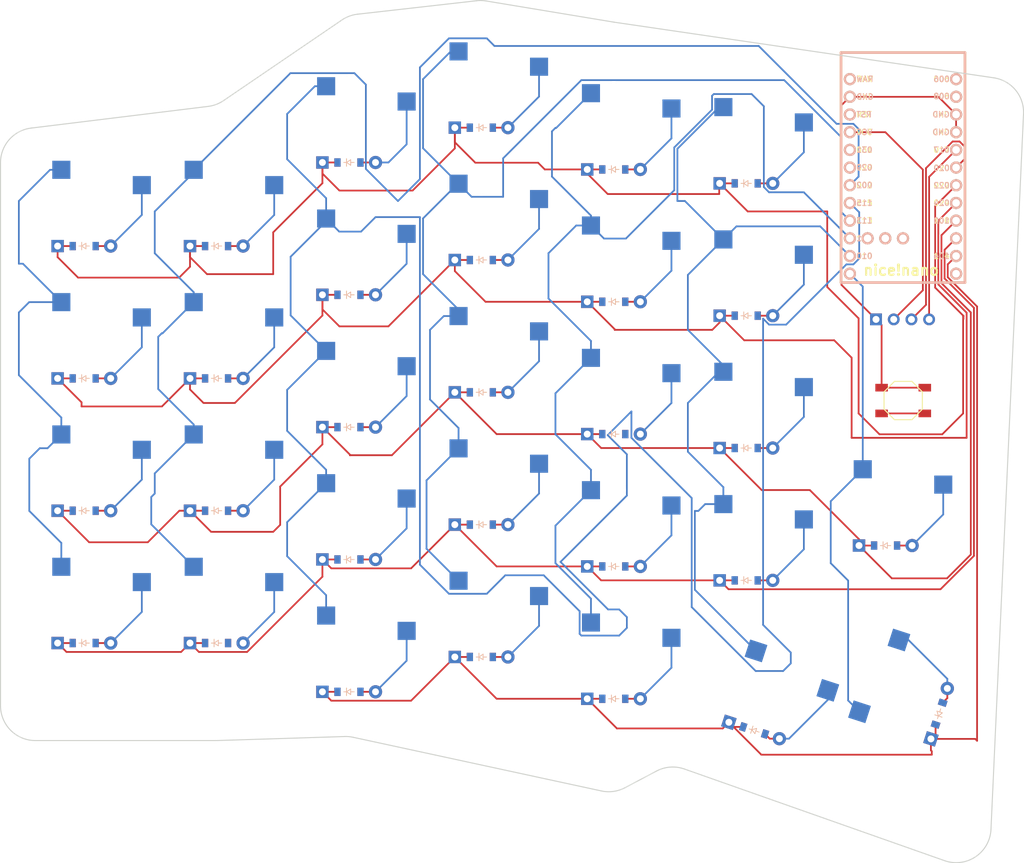
<source format=kicad_pcb>
(kicad_pcb (version 20240108) (generator "pcbnew") (generator_version "8.0")
  (title_block (title "left") (rev "v1.0.0") (company "Unknown"))
  (layers (0 "F.Cu" signal) (31 "B.Cu" signal) (34 "B.Paste" user) (35 "F.Paste" user) (36 "B.SilkS" user "B.Silkscreen") (37 "F.SilkS" user "F.Silkscreen") (38 "B.Mask" user) (39 "F.Mask" user) (44 "Edge.Cuts" user))
  (net 0 "")
  (net 1 "p031")
  (net 2 "outer_bottom")
  (net 3 "outer_home")
  (net 4 "outer_top")
  (net 5 "outer_num")
  (net 6 "P002")
  (net 7 "pinky_bottom")
  (net 8 "pinky_home")
  (net 9 "pinky_top")
  (net 10 "pinky_num")
  (net 11 "P115")
  (net 12 "ring_mod")
  (net 13 "ring_bottom")
  (net 14 "ring_home")
  (net 15 "ring_top")
  (net 16 "ring_num")
  (net 17 "P113")
  (net 18 "middle_mod")
  (net 19 "middle_bottom")
  (net 20 "middle_home")
  (net 21 "middle_top")
  (net 22 "middle_num")
  (net 23 "P111")
  (net 24 "index_mod")
  (net 25 "index_bottom")
  (net 26 "index_home")
  (net 27 "index_top")
  (net 28 "index_num")
  (net 29 "P010")
  (net 30 "inner_bottom")
  (net 31 "inner_home")
  (net 32 "inner_top")
  (net 33 "inner_num")
  (net 34 "P009")
  (net 35 "inner_mod_home")
  (net 36 "home_cluster")
  (net 37 "far_cluster")
  (net 38 "P011")
  (net 39 "P100")
  (net 40 "P024")
  (net 41 "P022")
  (net 42 "P104")
  (net 43 "RAW")
  (net 44 "GND")
  (net 45 "RST")
  (net 46 "VCC")
  (net 47 "P031")
  (net 48 "P029")
  (net 49 "P006")
  (net 50 "P008")
  (net 51 "P017")
  (net 52 "P020")
  (net 53 "P106")
  (net 54 "P101")
  (net 55 "P102")
  (net 56 "P107")
  (net 57 "reset")
  (footprint "E73:SW_TACT_ALPS_SKQGABE010" (layer "F.Cu") (at 220.4 103.15)
    (property "Reference" "B1" (hide yes))
    (property "Value" "" (hide yes))
  )
  (footprint "PG1350" (layer "F.Cu") (at 121.869986 113.96901)
    (property "Reference" "S6" (hide yes))
    (property "Value" "" (hide yes))
  )
  (footprint "ComboDiode" (layer "F.Cu") (at 121.869986 118.96901)
    (property "Reference" "D6" (hide yes))
    (property "Value" "" (hide yes))
  )
  (footprint "ComboDiode" (layer "F.Cu") (at 121.869986 137.96901)
    (property "Reference" "D5" (hide yes))
    (property "Value" "" (hide yes))
  )
  (footprint "PG1350" (layer "F.Cu") (at 102.869986 75.96901)
    (property "Reference" "S4" (hide yes))
    (property "Value" "" (hide yes))
  )
  (footprint "ComboDiode" (layer "F.Cu") (at 140.869986 125.96901)
    (property "Reference" "D10" (hide yes))
    (property "Value" "" (hide yes))
  )
  (footprint "ComboDiode" (layer "F.Cu") (at 159.869986 82.96901)
    (property "Reference" "D17" (hide yes))
    (property "Value" "" (hide yes))
  )
  (footprint "ComboDiode" (layer "F.Cu") (at 217.869986 123.96901)
    (property "Reference" "D28" (hide yes))
    (property "Value" "" (hide yes))
  )
  (footprint "PG1350" (layer "F.Cu") (at 197.869986 66.96901)
    (property "Reference" "S27" (hide yes))
    (property "Value" "" (hide yes))
  )
  (footprint "ComboDiode" (layer "F.Cu") (at 102.869986 118.96901)
    (property "Reference" "D2" (hide yes))
    (property "Value" "" (hide yes))
  )
  (footprint "ComboDiode" (layer "F.Cu") (at 197.869986 90.96901)
    (property "Reference" "D26" (hide yes))
    (property "Value" "" (hide yes))
  )
  (footprint "ComboDiode" (layer "F.Cu") (at 102.869986 99.96901)
    (property "Reference" "D3" (hide yes))
    (property "Value" "" (hide yes))
  )
  (footprint "PG1350" (layer "F.Cu") (at 102.869986 132.96901)
    (property "Reference" "S1" (hide yes))
    (property "Value" "" (hide yes))
  )
  (footprint "ComboDiode" (layer "F.Cu") (at 178.869986 88.96901)
    (property "Reference" "D22" (hide yes))
    (property "Value" "" (hide yes))
  )
  (footprint "ComboDiode" (layer "F.Cu") (at 121.869986 80.96901)
    (property "Reference" "D8" (hide yes))
    (property "Value" "" (hide yes))
  )
  (footprint "PG1350" (layer "F.Cu") (at 220.799332 146.561963 72)
    (property "Reference" "S30" (hide yes))
    (property "Value" "" (hide yes))
  )
  (footprint "ComboDiode" (layer "F.Cu") (at 159.869986 63.96901)
    (property "Reference" "D18" (hide yes))
    (property "Value" "" (hide yes))
  )
  (footprint "ComboDiode" (layer "F.Cu") (at 178.869986 69.96901)
    (property "Reference" "D23" (hide yes))
    (property "Value" "" (hide yes))
  )
  (footprint "ComboDiode" (layer "F.Cu") (at 102.869986 137.96901)
    (property "Reference" "D1" (hide yes))
    (property "Value" "" (hide yes))
  )
  (footprint "PG1350" (layer "F.Cu") (at 178.869986 102.96901)
    (property "Reference" "S21" (hide yes))
    (property "Value" "" (hide yes))
  )
  (footprint "PG1350" (layer "F.Cu") (at 102.869986 94.96901)
    (property "Reference" "S3" (hide yes))
    (property "Value" "" (hide yes))
  )
  (footprint "PG1350" (layer "F.Cu") (at 178.869986 83.96901)
    (property "Reference" "S22" (hide yes))
    (property "Value" "" (hide yes))
  )
  (footprint "ComboDiode" (layer "F.Cu") (at 140.869986 144.96901)
    (property "Reference" "D9" (hide yes))
    (property "Value" "" (hide yes))
  )
  (footprint "ComboDiode" (layer "F.Cu") (at 178.869986 145.96901)
    (property "Reference" "D19" (hide yes))
    (property "Value" "" (hide yes))
  )
  (footprint "ComboDiode" (layer "F.Cu") (at 140.869986 87.96901)
    (property "Reference" "D12" (hide yes))
    (property "Value" "" (hide yes))
  )
  (footprint "ComboDiode" (layer "F.Cu") (at 197.869986 109.96901)
    (property "Reference" "D25" (hide yes))
    (property "Value" "" (hide yes))
  )
  (footprint "ComboDiode" (layer "F.Cu") (at 199.009052 150.522226 -18)
    (property "Reference" "D29" (hide yes))
    (property "Value" "" (hide yes))
  )
  (footprint "PG1350" (layer "F.Cu") (at 159.869986 58.96901)
    (property "Reference" "S18" (hide yes))
    (property "Value" "" (hide yes))
  )
  (footprint "PG1350" (layer "F.Cu") (at 140.869986 139.96901)
    (property "Reference" "S9" (hide yes))
    (property "Value" "" (hide yes))
  )
  (footprint "PG1350" (layer "F.Cu") (at 159.869986 96.96901)
    (property "Reference" "S16" (hide yes))
    (property "Value" "" (hide yes))
  )
  (footprint "PG1350" (layer "F.Cu") (at 178.869986 121.96901)
    (property "Reference" "S20" (hide yes))
    (property "Value" "" (hide yes))
  )
  (footprint "PG1350" (layer "F.Cu") (at 140.869986 101.96901)
    (property "Reference" "S11" (hide yes))
    (property "Value" "" (hide yes))
  )
  (footprint "ComboDiode" (layer "F.Cu") (at 140.869986 68.96901)
    (property "Reference" "D13" (hide yes))
    (property "Value" "" (hide yes))
  )
  (footprint "PG1350" (layer "F.Cu") (at 217.869986 118.96901)
    (property "Reference" "S28" (hide yes))
    (property "Value" "" (hide yes))
  )
  (footprint "PG1350" (layer "F.Cu") (at 159.869986 77.96901)
    (property "Reference" "S17" (hide yes))
    (property "Value" "" (hide yes))
  )
  (footprint "PG1350" (layer "F.Cu") (at 178.869986 140.96901)
    (property "Reference" "S19" (hide yes))
    (property "Value" "" (hide yes))
  )
  (footprint "PG1350" (layer "F.Cu") (at 197.869986 104.96901)
    (property "Reference" "S25" (hide yes))
    (property "Value" "" (hide yes))
  )
  (footprint "PG1350" (layer "F.Cu") (at 140.869986 120.96901)
    (property "Reference" "S10" (hide yes))
    (property "Value" "" (hide yes))
  )
  (footprint "ComboDiode" (layer "F.Cu") (at 197.869986 71.96901)
    (property "Reference" "D27" (hide yes))
    (property "Value" "" (hide yes))
  )
  (footprint "PG1350" (layer "F.Cu") (at 178.869986 64.96901)
    (property "Reference" "S23" (hide yes))
    (property "Value" "" (hide yes))
  )
  (footprint "ComboDiode" (layer "F.Cu") (at 197.869986 128.96901)
    (property "Reference" "D24" (hide yes))
    (property "Value" "" (hide yes))
  )
  (footprint "ComboDiode" (layer "F.Cu") (at 140.869986 106.96901)
    (property "Reference" "D11" (hide yes))
    (property "Value" "" (hide yes))
  )
  (footprint "ComboDiode" (layer "F.Cu") (at 159.869986 120.96901)
    (property "Reference" "D15" (hide yes))
    (property "Value" "" (hide yes))
  )
  (footprint "PG1350" (layer "F.Cu") (at 121.869986 94.96901)
    (property "Reference" "S7" (hide yes))
    (property "Value" "" (hide yes))
  )
  (footprint "ComboDiode" (layer "F.Cu") (at 178.869986 126.96901)
    (property "Reference" "D20" (hide yes))
    (property "Value" "" (hide yes))
  )
  (footprint "PG1350" (layer "F.Cu") (at 121.869986 75.96901)
    (property "Reference" "S8" (hide yes))
    (property "Value" "" (hide yes))
  )
  (footprint "PG1350" (layer "F.Cu") (at 159.869986 115.96901)
    (property "Reference" "S15" (hide yes))
    (property "Value" "" (hide yes))
  )
  (footprint "ComboDiode" (layer "F.Cu") (at 121.869986 99.96901)
    (property "Reference" "D7" (hide yes))
    (property "Value" "" (hide yes))
  )
  (footprint "nice_nano" (layer "F.Cu") (at 220.369986 70.96901 -90)
    (property "Reference" "MCU1" (hide yes))
    (property "Value" "nice_nano" (hide yes))
  )
  (footprint "ComboDiode" (layer "F.Cu") (at 178.869986 107.96901)
    (property "Reference" "D21" (hide yes))
    (property "Value" "" (hide yes))
  )
  (footprint "ComboDiode" (layer "F.Cu") (at 159.869986 139.96901)
    (property "Reference" "D14" (hide yes))
    (property "Value" "" (hide yes))
  )
  (footprint "PG1350" (layer "F.Cu") (at 121.869986 132.96901)
    (property "Reference" "S5" (hide yes))
    (property "Value" "" (hide yes))
  )
  (footprint "PG1350" (layer "F.Cu") (at 102.869986 113.96901)
    (property "Reference" "S2" (hide yes))
    (property "Value" "" (hide yes))
  )
  (footprint "lib:OLED_headers" (layer "F.Cu") (at 226.3 89.9 -90)
    (property "Reference" "OLED1" (hide yes))
    (property "Value" "OLED")
  )
  (footprint "ComboDiode" (layer "F.Cu") (at 102.869986 80.96901)
    (property "Reference" "D4" (hide yes))
    (property "Value" "" (hide yes))
  )
  (footprint "PG1350" (layer "F.Cu") (at 200.554137 145.766943 -18)
    (property "Reference" "S29" (hide yes))
    (property "Value" "" (hide yes))
  )
  (footprint "PG1350" (layer "F.Cu") (at 140.869986 82.96901)
    (property "Reference" "S12" (hide yes))
    (property "Value" "" (hide yes))
  )
  (footprint "PG1350" (layer "F.Cu") (at 159.869986 134.96901)
    (property "Reference" "S14" (hide yes))
    (property "Value" "" (hide yes))
  )
  (footprint "ComboDiode" (layer "F.Cu") (at 159.869986 101.96901)
    (property "Reference" "D16" (hide yes))
    (property "Value" "" (hide yes))
  )
  (footprint "PG1350" (layer "F.Cu") (at 140.869986 63.96901)
    (property "Reference" "S13" (hide yes))
    (property "Value" "" (hide yes))
  )
  (footprint "PG1350" (layer "F.Cu") (at 197.869986 85.96901)
    (property "Reference" "S26" (hide yes))
    (property "Value" "" (hide yes))
  )
  (footprint "ComboDiode" (layer "F.Cu") (at 225.554615 148.107049 72)
    (property "Reference" "D30" (hide yes))
    (property "Value" "" (hide yes))
  )
  (footprint "PG1350" (layer "F.Cu") (at 197.869986 123.96901)
    (property "Reference" "S24" (hide yes))
    (property "Value" "" (hide yes))
  )
  (gr_line (start 122.872923 60.085429) (end 139.846696 48.516463) (stroke (width 0.15)) (layer "Edge.Cuts"))
  (gr_arc (start 122.872923 60.08543) (mid 121.818817 60.633117) (end 120.665263 60.916686) (stroke (width 0.15)) (layer "Edge.Cuts"))
  (gr_line (start 184.998699 156.348814) (end 180.481927 158.736791) (stroke (width 0.15)) (layer "Edge.Cuts"))
  (gr_line (start 121.791058 151.96901) (end 95.869986 151.96901) (stroke (width 0.15)) (layer "Edge.Cuts"))
  (gr_arc (start 184.998699 156.348813) (mid 186.967384 155.78265) (end 188.997882 156.053459) (stroke (width 0.15)) (layer "Edge.Cuts"))
  (gr_arc (start 180.481927 158.736791) (mid 178.826109 159.269923) (end 177.087848 159.203505) (stroke (width 0.15)) (layer "Edge.Cuts"))
  (gr_arc (start 159.17751 45.747369) (mid 159.868738 45.717326) (end 160.557496 45.782992) (stroke (width 0.15)) (layer "Edge.Cuts"))
  (gr_arc (start 232.994844 164.727028) (mid 230.795249 168.645671) (end 226.337767 169.215611) (stroke (width 0.15)) (layer "Edge.Cuts"))
  (gr_line (start 237.664628 61.987086) (end 232.994843 164.727028) (stroke (width 0.15)) (layer "Edge.Cuts"))
  (gr_arc (start 140.25572 151.388407) (mid 140.866577 151.406483) (end 141.470665 151.498946) (stroke (width 0.15)) (layer "Edge.Cuts"))
  (gr_line (start 142.100504 47.679767) (end 159.17751 45.747369) (stroke (width 0.15)) (layer "Edge.Cuts"))
  (gr_line (start 160.557496 45.782992) (end 178.823811 48.811355) (stroke (width 0.15)) (layer "Edge.Cuts"))
  (gr_line (start 90.869986 146.96901) (end 90.869986 68.993532) (stroke (width 0.15)) (layer "Edge.Cuts"))
  (gr_line (start 140.25572 151.388408) (end 121.948874 151.966519) (stroke (width 0.15)) (layer "Edge.Cuts"))
  (gr_arc (start 139.846696 48.516463) (mid 140.922564 47.96064) (end 142.100504 47.679767) (stroke (width 0.15)) (layer "Edge.Cuts"))
  (gr_arc (start 90.869986 68.993532) (mid 92.12554 65.680056) (end 95.261636 64.030679) (stroke (width 0.15)) (layer "Edge.Cuts"))
  (gr_line (start 177.087848 159.203505) (end 141.470665 151.498946) (stroke (width 0.15)) (layer "Edge.Cuts"))
  (gr_line (start 226.337767 169.215611) (end 188.997882 156.053459) (stroke (width 0.15)) (layer "Edge.Cuts"))
  (gr_arc (start 233.395082 56.812944) (mid 236.526329 58.577754) (end 237.664628 61.987086) (stroke (width 0.15)) (layer "Edge.Cuts"))
  (gr_arc (start 121.948874 151.966519) (mid 121.869976 151.968387) (end 121.791058 151.96901) (stroke (width 0.15)) (layer "Edge.Cuts"))
  (gr_arc (start 95.869986 151.96901) (mid 92.334452 150.504544) (end 90.869986 146.96901) (stroke (width 0.15)) (layer "Edge.Cuts"))
  (gr_line (start 95.261636 64.030679) (end 120.665263 60.916686) (stroke (width 0.15)) (layer "Edge.Cuts"))
  (gr_arc (start 178.916298 48.8258) (mid 178.870021 48.818794) (end 178.823811 48.811355) (stroke (width 0.15)) (layer "Edge.Cuts"))
  (gr_line (start 178.916298 48.8258) (end 233.395083 56.812944) (stroke (width 0.15)) (layer "Edge.Cuts"))
  (segment (start 93.5 74.5) (end 97.98099 70.01901) (width 0.25) (layer "B.Cu") (net 1))
  (segment (start 94.075976 83.5) (end 93.5 83.5) (width 0.25) (layer "B.Cu") (net 1))
  (segment (start 99.594986 127.01901) (end 99.594986 123.594986) (width 0.25) (layer "B.Cu") (net 1))
  (segment (start 96.5 110) (end 97.613996 110) (width 0.25) (layer "B.Cu") (net 1))
  (segment (start 93.5 90.5) (end 94.98099 89.01901) (width 0.25) (layer "B.Cu") (net 1))
  (segment (start 97.613996 110) (end 99.594986 108.01901) (width 0.25) (layer "B.Cu") (net 1))
  (segment (start 95 111.5) (end 96.5 110) (width 0.25) (layer "B.Cu") (net 1))
  (segment (start 97.98099 70.01901) (end 99.594986 70.01901) (width 0.25) (layer "B.Cu") (net 1))
  (segment (start 93.5 83.5) (end 93.5 74.5) (width 0.25) (layer "B.Cu") (net 1))
  (segment (start 95 119) (end 95 111.5) (width 0.25) (layer "B.Cu") (net 1))
  (segment (start 99.594986 89.01901) (end 94.075976 83.5) (width 0.25) (layer "B.Cu") (net 1))
  (segment (start 99.594986 108.01901) (end 99.594986 105.594986) (width 0.25) (layer "B.Cu") (net 1))
  (segment (start 99.594986 123.594986) (end 95 119) (width 0.25) (layer "B.Cu") (net 1))
  (segment (start 93.5 99.5) (end 93.5 90.5) (width 0.25) (layer "B.Cu") (net 1))
  (segment (start 99.594986 105.594986) (end 93.5 99.5) (width 0.25) (layer "B.Cu") (net 1))
  (segment (start 94.98099 89.01901) (end 99.594986 89.01901) (width 0.25) (layer "B.Cu") (net 1))
  (segment (start 106.679986 137.96901) (end 104.519986 137.96901) (width 0.25) (layer "F.Cu") (net 2))
  (segment (start 111.144986 133.50401) (end 106.679986 137.96901) (width 0.25) (layer "B.Cu") (net 2))
  (segment (start 111.144986 129.21901) (end 111.144986 133.50401) (width 0.25) (layer "B.Cu") (net 2))
  (segment (start 106.679986 118.96901) (end 104.519986 118.96901) (width 0.25) (layer "F.Cu") (net 3))
  (segment (start 111.144986 114.50401) (end 106.679986 118.96901) (width 0.25) (layer "B.Cu") (net 3))
  (segment (start 111.144986 110.21901) (end 111.144986 114.50401) (width 0.25) (layer "B.Cu") (net 3))
  (segment (start 106.679986 99.96901) (end 104.519986 99.96901) (width 0.25) (layer "F.Cu") (net 4))
  (segment (start 111.144986 91.21901) (end 111.144986 95.50401) (width 0.25) (layer "B.Cu") (net 4))
  (segment (start 111.144986 95.50401) (end 106.679986 99.96901) (width 0.25) (layer "B.Cu") (net 4))
  (segment (start 106.679986 80.96901) (end 104.519986 80.96901) (width 0.25) (layer "F.Cu") (net 5))
  (segment (start 111.144986 76.50401) (end 106.679986 80.96901) (width 0.25) (layer "B.Cu") (net 5))
  (segment (start 111.144986 72.21901) (end 111.144986 76.50401) (width 0.25) (layer "B.Cu") (net 5))
  (segment (start 147.900976 74.5) (end 151.05 71.350976) (width 0.25) (layer "B.Cu") (net 6))
  (segment (start 199.669631 52.24236) (end 210.844981 63.41771) (width 0.25) (layer "B.Cu") (net 6))
  (segment (start 113 82) (end 113 76) (width 0.25) (layer "B.Cu") (net 6))
  (segment (start 114.113996 93.5) (end 118.594986 89.01901) (width 0.25) (layer "B.Cu") (net 6))
  (segment (start 143.294986 69.89401) (end 147.900976 74.5) (width 0.25) (layer "B.Cu") (net 6))
  (segment (start 114 93.5) (end 114.113996 93.5) (width 0.25) (layer "B.Cu") (net 6))
  (segment (start 143.294986 57.79236) (end 143.294986 69.89401) (width 0.25) (layer "B.Cu") (net 6))
  (segment (start 118.594986 106.594986) (end 113.5 101.5) (width 0.25) (layer "B.Cu") (net 6))
  (segment (start 113.5 94) (end 114 93.5) (width 0.25) (layer "B.Cu") (net 6))
  (segment (start 118.594986 70.01901) (end 132.469986 56.14401) (width 0.25) (layer "B.Cu") (net 6))
  (segment (start 151.05 71.350976) (end 151.05 55.313996) (width 0.25) (layer "B.Cu") (net 6))
  (segment (start 161.744986 52.24236) (end 199.669631 52.24236) (width 0.25) (layer "B.Cu") (net 6))
  (segment (start 113 113.613996) (end 118.594986 108.01901) (width 0.25) (layer "B.Cu") (net 6))
  (segment (start 112.5 117) (end 113 116.5) (width 0.25) (layer "B.Cu") (net 6))
  (segment (start 113 76) (end 118.594986 70.405014) (width 0.25) (layer "B.Cu") (net 6))
  (segment (start 113 116.5) (end 113 113.613996) (width 0.25) (layer "B.Cu") (net 6))
  (segment (start 118.594986 89.01901) (end 118.594986 87.594986) (width 0.25) (layer "B.Cu") (net 6))
  (segment (start 118.594986 127.01901) (end 112.5 120.924024) (width 0.25) (layer "B.Cu") (net 6))
  (segment (start 113.5 101.5) (end 113.5 94) (width 0.25) (layer "B.Cu") (net 6))
  (segment (start 214 64.170129) (end 214 70.988996) (width 0.25) (layer "B.Cu") (net 6))
  (segment (start 213.247581 63.41771) (end 214 64.170129) (width 0.25) (layer "B.Cu") (net 6))
  (segment (start 210.844981 63.41771) (end 213.247581 63.41771) (width 0.25) (layer "B.Cu") (net 6))
  (segment (start 118.594986 108.01901) (end 118.594986 106.594986) (width 0.25) (layer "B.Cu") (net 6))
  (segment (start 132.469986 56.14401) (end 141.646636 56.14401) (width 0.25) (layer "B.Cu") (net 6))
  (segment (start 160.646636 51.14401) (end 161.744986 52.24236) (width 0.25) (layer "B.Cu") (net 6))
  (segment (start 214 70.988996) (end 212.749986 72.23901) (width 0.25) (layer "B.Cu") (net 6))
  (segment (start 155.219986 51.14401) (end 160.646636 51.14401) (width 0.25) (layer "B.Cu") (net 6))
  (segment (start 141.646636 56.14401) (end 143.294986 57.79236) (width 0.25) (layer "B.Cu") (net 6))
  (segment (start 112.5 120.924024) (end 112.5 117) (width 0.25) (layer "B.Cu") (net 6))
  (segment (start 118.594986 87.594986) (end 113 82) (width 0.25) (layer "B.Cu") (net 6))
  (segment (start 118.594986 70.405014) (end 118.594986 70.01901) (width 0.25) (layer "B.Cu") (net 6))
  (segment (start 151.05 55.313996) (end 155.219986 51.14401) (width 0.25) (layer "B.Cu") (net 6))
  (segment (start 130.144986 129.21901) (end 130.144986 133.50401) (width 0.25) (layer "B.Cu") (net 7))
  (segment (start 130.144986 133.50401) (end 125.679986 137.96901) (width 0.25) (layer "B.Cu") (net 7))
  (segment (start 125.679986 118.96901) (end 123.519986 118.96901) (width 0.25) (layer "F.Cu") (net 8))
  (segment (start 130.144986 110.21901) (end 130.144986 114.50401) (width 0.25) (layer "B.Cu") (net 8))
  (segment (start 130.144986 114.50401) (end 125.679986 118.96901) (width 0.25) (layer "B.Cu") (net 8))
  (segment (start 125.679986 99.96901) (end 123.519986 99.96901) (width 0.25) (layer "F.Cu") (net 9))
  (segment (start 130.144986 91.21901) (end 130.144986 95.50401) (width 0.25) (layer "B.Cu") (net 9))
  (segment (start 130.144986 95.50401) (end 125.679986 99.96901) (width 0.25) (layer "B.Cu") (net 9))
  (segment (start 125.679986 80.96901) (end 123.519986 80.96901) (width 0.25) (layer "F.Cu") (net 10))
  (segment (start 130.144986 72.21901) (end 130.144986 76.50401) (width 0.25) (layer "B.Cu") (net 10))
  (segment (start 130.144986 76.50401) (end 125.679986 80.96901) (width 0.25) (layer "B.Cu") (net 10))
  (segment (start 151.05 126.724024) (end 155.219986 130.89401) (width 0.25) (layer "B.Cu") (net 11))
  (segment (start 190.05 132.800416) (end 199.232741 141.983157) (width 0.25) (layer "B.Cu") (net 11))
  (segment (start 171.227042 126.313604) (end 180.744986 116.79566) (width 0.25) (layer "B.Cu") (net 11))
  (segment (start 132 62) (end 135.98099 58.01901) (width 0.25) (layer "B.Cu") (net 11))
  (segment (start 203.169438 141.983157) (end 204.267788 140.884807) (width 0.25) (layer "B.Cu") (net 11))
  (segment (start 151.05 76.813604) (end 151.05 126.724024) (width 0.25) (layer "B.Cu") (net 11))
  (segment (start 180.744986 110.86901) (end 177.994986 108.11901) (width 0.25) (layer "B.Cu") (net 11))
  (segment (start 173.969986 136.64401) (end 174.219986 136.89401) (width 0.25) (layer "B.Cu") (net 11))
  (segment (start 190.05 117.145682) (end 190.05 132.800416) (width 0.25) (layer "B.Cu") (net 11))
  (segment (start 204.267788 139.331507) (end 200.294986 135.358705) (width 0.25) (layer "B.Cu") (net 11))
  (segment (start 137.594986 113.094986) (end 132 107.5) (width 0.25) (layer "B.Cu") (net 11))
  (segment (start 160.646636 130.89401) (end 163.298286 128.24236) (width 0.25) (layer "B.Cu") (net 11))
  (segment (start 181.402486 104.71151) (end 181.402486 108.498168) (width 0.25) (layer "B.Cu") (net 11))
  (segment (start 214.088686 76.11771) (end 212.749986 74.77901) (width 0.25) (layer "B.Cu") (net 11))
  (segment (start 137.594986 77.405014) (end 137.594986 77.01901) (width 0.25) (layer "B.Cu") (net 11))
  (segment (start 132 120.613996) (end 137.594986 115.01901) (width 0.25) (layer "B.Cu") (net 11))
  (segment (start 132 125.5) (end 132 120.613996) (width 0.25) (layer "B.Cu") (net 11))
  (segment (start 179.646636 136.89401) (end 180.744986 135.79566) (width 0.25) (layer "B.Cu") (net 11))
  (segment (start 139.469986 78.89401) (end 142.60599 78.89401) (width 0.25) (layer "B.Cu") (net 11))
  (segment (start 155.219986 130.89401) (end 160.646636 130.89401) (width 0.25) (layer "B.Cu") (net 11))
  (segment (start 132 101.613996) (end 137.594986 96.01901) (width 0.25) (layer "B.Cu") (net 11))
  (segment (start 142.60599 78.89401) (end 144.686396 76.813604) (width 0.25) (layer "B.Cu") (net 11))
  (segment (start 180.744986 134.24236) (end 179.646636 133.14401) (width 0.25) (layer "B.Cu") (net 11))
  (segment (start 137.594986 131.094986) (end 132 125.5) (width 0.25) (layer "B.Cu") (net 11))
  (segment (start 137.594986 96.01901) (end 132.5 90.924024) (width 0.25) (layer "B.Cu") (net 11))
  (segment (start 163.298286 128.24236) (end 168.818336 128.24236) (width 0.25) (layer "B.Cu") (net 11))
  (segment (start 180.744986 116.79566) (end 180.744986 110.86901) (width 0.25) (layer "B.Cu") (net 11))
  (segment (start 201.150828 92.24651) (end 203.606191 92.24651) (width 0.25) (layer "B.Cu") (net 11))
  (segment (start 203.606191 92.24651) (end 212.252391 83.60031) (width 0.25) (layer "B.Cu") (net 11))
  (segment (start 137.594986 77.01901) (end 137.594986 74.094986) (width 0.25) (layer "B.Cu") (net 11))
  (segment (start 168.818336 128.24236) (end 173.969986 133.39401) (width 0.25) (layer "B.Cu") (net 11))
  (segment (start 132.5 82.5) (end 137.594986 77.405014) (width 0.25) (layer "B.Cu") (net 11))
  (segment (start 199.232741 141.983157) (end 203.169438 141.983157) (width 0.25) (layer "B.Cu") (net 11))
  (segment (start 214.088686 82.759205) (end 214.088686 76.11771) (width 0.25) (layer "B.Cu") (net 11))
  (segment (start 177.994986 108.11901) (end 181.402486 104.71151) (width 0.25) (layer "B.Cu") (net 11))
  (segment (start 181.402486 108.498168) (end 190.05 117.145682) (width 0.25) (layer "B.Cu") (net 11))
  (segment (start 135.98099 58.01901) (end 137.594986 58.01901) (width 0.25) (layer "B.Cu") (net 11))
  (segment (start 132.5 90.924024) (end 132.5 82.5) (width 0.25) (layer "B.Cu") (net 11))
  (segment (start 132 107.5) (end 132 101.613996) (width 0.25) (layer "B.Cu") (net 11))
  (segment (start 204.267788 140.884807) (end 204.267788 139.331507) (width 0.25) (layer "B.Cu") (net 11))
  (segment (start 137.594986 77.01901) (end 139.469986 78.89401) (width 0.25) (layer "B.Cu") (net 11))
  (segment (start 180.744986 135.79566) (end 180.744986 134.24236) (width 0.25) (layer "B.Cu") (net 11))
  (segment (start 137.594986 115.01901) (end 137.594986 113.094986) (width 0.25) (layer "B.Cu") (net 11))
  (segment (start 132 68.5) (end 132 62) (width 0.25) (layer "B.Cu") (net 11))
  (segment (start 173.969986 133.39401) (end 173.969986 136.64401) (width 0.25) (layer "B.Cu") (net 11))
  (segment (start 200.294986 91.390668) (end 201.150828 92.24651) (width 0.25) (layer "B.Cu") (net 11))
  (segment (start 212.252391 83.60031) (end 213.247581 83.60031) (width 0.25) (layer "B.Cu") (net 11))
  (segment (start 213.247581 83.60031) (end 214.088686 82.759205) (width 0.25) (layer "B.Cu") (net 11))
  (segment (start 178.057448 133.14401) (end 171.227042 126.313604) (width 0.25) (layer "B.Cu") (net 11))
  (segment (start 137.594986 134.01901) (end 137.594986 131.094986) (width 0.25) (layer "B.Cu") (net 11))
  (segment (start 144.686396 76.813604) (end 151.05 76.813604) (width 0.25) (layer "B.Cu") (net 11))
  (segment (start 174.219986 136.89401) (end 179.646636 136.89401) (width 0.25) (layer "B.Cu") (net 11))
  (segment (start 200.294986 135.358705) (end 200.294986 91.390668) (width 0.25) (layer "B.Cu") (net 11))
  (segment (start 137.594986 74.094986) (end 132 68.5) (width 0.25) (layer "B.Cu") (net 11))
  (segment (start 179.646636 133.14401) (end 178.057448 133.14401) (width 0.25) (layer "B.Cu") (net 11))
  (segment (start 144.679986 144.96901) (end 142.519986 144.96901) (width 0.25) (layer "F.Cu") (net 12))
  (segment (start 149.144986 136.21901) (end 149.144986 140.50401) (width 0.25) (layer "B.Cu") (net 12))
  (segment (start 149.144986 140.50401) (end 144.679986 144.96901) (width 0.25) (layer "B.Cu") (net 12))
  (segment (start 144.679986 125.96901) (end 142.519986 125.96901) (width 0.25) (layer "F.Cu") (net 13))
  (segment (start 149.144986 121.50401) (end 144.679986 125.96901) (width 0.25) (layer "B.Cu") (net 13))
  (segment (start 149.144986 117.21901) (end 149.144986 121.50401) (width 0.25) (layer "B.Cu") (net 13))
  (segment (start 144.679986 106.96901) (end 142.519986 106.96901) (width 0.25) (layer "F.Cu") (net 14))
  (segment (start 149.144986 102.50401) (end 144.679986 106.96901) (width 0.25) (layer "B.Cu") (net 14))
  (segment (start 149.144986 98.21901) (end 149.144986 102.50401) (width 0.25) (layer "B.Cu") (net 14))
  (segment (start 144.679986 87.96901) (end 142.519986 87.96901) (width 0.25) (layer "F.Cu") (net 15))
  (segment (start 149.144986 79.21901) (end 149.144986 83.50401) (width 0.25) (layer "B.Cu") (net 15))
  (segment (start 149.144986 83.50401) (end 144.679986 87.96901) (width 0.25) (layer "B.Cu") (net 15))
  (segment (start 144.679986 68.96901) (end 142.519986 68.96901) (width 0.25) (layer "F.Cu") (net 16))
  (segment (start 149.144986 60.21901) (end 149.144986 66.355014) (width 0.25) (layer "B.Cu") (net 16))
  (segment (start 149.144986 66.355014) (end 146.53099 68.96901) (width 0.25) (layer "B.Cu") (net 16))
  (segment (start 146.53099 68.96901) (end 144.679986 68.96901) (width 0.25) (layer "B.Cu") (net 16))
  (segment (start 156.594986 90.094986) (end 151.5 85) (width 0.25) (layer "B.Cu") (net 17))
  (segment (start 211.5 76.069024) (end 212.749986 77.31901) (width 0.25) (layer "B.Cu") (net 17))
  (segment (start 156.594986 91.01901) (end 156.594986 90.094986) (width 0.25) (layer "B.Cu") (net 17))
  (segment (start 156.594986 107.094986) (end 152.5 103) (width 0.25) (layer "B.Cu") (net 17))
  (segment (start 158.469986 73.89401) (end 162.994986 73.89401) (width 0.25) (layer "B.Cu") (net 17))
  (segment (start 151.5 85) (end 151.5 77) (width 0.25) (layer "B.Cu") (net 17))
  (segment (start 162.994986 68.36901) (end 174.219986 57.14401) (width 0.25) (layer "B.Cu") (net 17))
  (segment (start 203.319986 57.14401) (end 211.5 65.324024) (width 0.25) (layer "B.Cu") (net 17))
  (segment (start 156.594986 72.01901) (end 158.469986 73.89401) (width 0.25) (layer "B.Cu") (net 17))
  (segment (start 152.5 103) (end 152.5 93) (width 0.25) (layer "B.Cu") (net 17))
  (segment (start 151.5 77) (end 156.48099 72.01901) (width 0.25) (layer "B.Cu") (net 17))
  (segment (start 151.5 57) (end 155.48099 53.01901) (width 0.25) (layer "B.Cu") (net 17))
  (segment (start 152.5 93) (end 154.48099 91.01901) (width 0.25) (layer "B.Cu") (net 17))
  (segment (start 154.48099 91.01901) (end 156.594986 91.01901) (width 0.25) (layer "B.Cu") (net 17))
  (segment (start 211.5 65.324024) (end 211.5 76.069024) (width 0.25) (layer "B.Cu") (net 17))
  (segment (start 162.994986 73.89401) (end 162.994986 68.36901) (width 0.25) (layer "B.Cu") (net 17))
  (segment (start 156.594986 129.01901) (end 152 124.424024) (width 0.25) (layer "B.Cu") (net 17))
  (segment (start 156.594986 110.01901) (end 156.594986 107.094986) (width 0.25) (layer "B.Cu") (net 17))
  (segment (start 152 124.424024) (end 152 114.613996) (width 0.25) (layer "B.Cu") (net 17))
  (segment (start 152 114.613996) (end 156.594986 110.01901) (width 0.25) (layer "B.Cu") (net 17))
  (segment (start 156.48099 72.01901) (end 156.594986 72.01901) (width 0.25) (layer "B.Cu") (net 17))
  (segment (start 174.219986 57.14401) (end 203.319986 57.14401) (width 0.25) (layer "B.Cu") (net 17))
  (segment (start 151.5 66.924024) (end 151.5 57) (width 0.25) (layer "B.Cu") (net 17))
  (segment (start 155.48099 53.01901) (end 156.594986 53.01901) (width 0.25) (layer "B.Cu") (net 17))
  (segment (start 156.594986 72.01901) (end 151.5 66.924024) (width 0.25) (layer "B.Cu") (net 17))
  (segment (start 163.679986 139.96901) (end 161.519986 139.96901) (width 0.25) (layer "F.Cu") (net 18))
  (segment (start 168.144986 135.50401) (end 163.679986 139.96901) (width 0.25) (layer "B.Cu") (net 18))
  (segment (start 168.144986 131.21901) (end 168.144986 135.50401) (width 0.25) (layer "B.Cu") (net 18))
  (segment (start 163.679986 120.96901) (end 161.519986 120.96901) (width 0.25) (layer "F.Cu") (net 19))
  (segment (start 168.144986 112.21901) (end 168.144986 116.50401) (width 0.25) (layer "B.Cu") (net 19))
  (segment (start 168.144986 116.50401) (end 163.679986 120.96901) (width 0.25) (layer "B.Cu") (net 19))
  (segment (start 163.679986 101.96901) (end 161.519986 101.96901) (width 0.25) (layer "F.Cu") (net 20))
  (segment (start 168.144986 97.50401) (end 163.679986 101.96901) (width 0.25) (layer "B.Cu") (net 20))
  (segment (start 168.144986 93.21901) (end 168.144986 97.50401) (width 0.25) (layer "B.Cu") (net 20))
  (segment (start 163.679986 82.96901) (end 161.519986 82.96901) (width 0.25) (layer "F.Cu") (net 21))
  (segment (start 168.144986 74.21901) (end 168.144986 78.50401) (width 0.25) (layer "B.Cu") (net 21))
  (segment (start 168.144986 78.50401) (end 163.679986 82.96901) (width 0.25) (layer "B.Cu") (net 21))
  (segment (start 163.679986 63.96901) (end 161.519986 63.96901) (width 0.25) (layer "F.Cu") (net 22))
  (segment (start 168.144986 59.50401) (end 163.679986 63.96901) (width 0.25) (layer "B.Cu") (net 22))
  (segment (start 168.144986 55.21901) (end 168.144986 59.50401) (width 0.25) (layer "B.Cu") (net 22))
  (segment (start 173.48099 78.01901) (end 175.594986 78.01901) (width 0.25) (layer "B.Cu") (net 23))
  (segment (start 175.594986 116.01901) (end 175.594986 113.094986) (width 0.25) (layer "B.Cu") (net 23))
  (segment (start 170.5 64) (end 170.613996 64) (width 0.25) (layer "B.Cu") (net 23))
  (segment (start 175.594986 113.094986) (end 170.5 108) (width 0.25) (layer "B.Cu") (net 23))
  (segment (start 200.402486 60.89986) (end 200.402486 72.498168) (width 0.25) (layer "B.Cu") (net 23))
  (segment (start 175.594986 97.01901) (end 175.594986 94.594986) (width 0.25) (layer "B.Cu") (net 23))
  (segment (start 170.5 102.113996) (end 175.594986 97.01901) (width 0.25) (layer "B.Cu") (net 23))
  (segment (start 200.402486 72.498168) (end 201.150828 73.24651) (width 0.25) (layer "B.Cu") (net 23))
  (segment (start 180.60599 79.89401) (end 187.55 72.95) (width 0.25) (layer "B.Cu") (net 23))
  (segment (start 206.137486 73.24651) (end 212.749986 79.85901) (width 0.25) (layer "B.Cu") (net 23))
  (segment (start 175.594986 94.594986) (end 169.5 88.5) (width 0.25) (layer "B.Cu") (net 23))
  (segment (start 175.594986 78.01901) (end 175.594986 76.594986) (width 0.25) (layer "B.Cu") (net 23))
  (segment (start 170.5 108) (end 170.5 102.113996) (width 0.25) (layer "B.Cu") (net 23))
  (segment (start 187.55 66.813604) (end 192.969986 61.393618) (width 0.25) (layer "B.Cu") (net 23))
  (segment (start 170 71) (end 170 64.5) (width 0.25) (layer "B.Cu") (net 23))
  (segment (start 170 64.5) (end 170.5 64) (width 0.25) (layer "B.Cu") (net 23))
  (segment (start 193.219986 59.14401) (end 198.646636 59.14401) (width 0.25) (layer "B.Cu") (net 23))
  (segment (start 175.594986 76.594986) (end 170 71) (width 0.25) (layer "B.Cu") (net 23))
  (segment (start 170.5 121.113996) (end 175.594986 116.01901) (width 0.25) (layer "B.Cu") (net 23))
  (segment (start 175.594986 135.01901) (end 175.594986 131.594986) (width 0.25) (layer "B.Cu") (net 23))
  (segment (start 187.55 72.95) (end 187.55 66.813604) (width 0.25) (layer "B.Cu") (net 23))
  (segment (start 170.5 126.5) (end 170.5 121.113996) (width 0.25) (layer "B.Cu") (net 23))
  (segment (start 170.613996 64) (end 175.594986 59.01901) (width 0.25) (layer "B.Cu") (net 23))
  (segment (start 192.969986 61.393618) (end 192.969986 59.39401) (width 0.25) (layer "B.Cu") (net 23))
  (segment (start 177.469986 79.89401) (end 180.60599 79.89401) (width 0.25) (layer "B.Cu") (net 23))
  (segment (start 169.5 88.5) (end 169.5 82) (width 0.25) (layer "B.Cu") (net 23))
  (segment (start 169.5 82) (end 173.48099 78.01901) (width 0.25) (layer "B.Cu") (net 23))
  (segment (start 175.594986 131.594986) (end 170.5 126.5) (width 0.25) (layer "B.Cu") (net 23))
  (segment (start 198.646636 59.14401) (end 200.402486 60.89986) (width 0.25) (layer "B.Cu") (net 23))
  (segment (start 175.594986 78.01901) (end 177.469986 79.89401) (width 0.25) (layer "B.Cu") (net 23))
  (segment (start 201.150828 73.24651) (end 206.137486 73.24651) (width 0.25) (layer "B.Cu") (net 23))
  (segment (start 192.969986 59.39401) (end 193.219986 59.14401) (width 0.25) (layer "B.Cu") (net 23))
  (segment (start 182.679986 145.96901) (end 180.519986 145.96901) (width 0.25) (layer "F.Cu") (net 24))
  (segment (start 187.144986 141.50401) (end 182.679986 145.96901) (width 0.25) (layer "B.Cu") (net 24))
  (segment (start 187.144986 137.21901) (end 187.144986 141.50401) (width 0.25) (layer "B.Cu") (net 24))
  (segment (start 182.679986 126.96901) (end 180.519986 126.96901) (width 0.25) (layer "F.Cu") (net 25))
  (segment (start 187.144986 122.50401) (end 182.679986 126.96901) (width 0.25) (layer "B.Cu") (net 25))
  (segment (start 187.144986 118.21901) (end 187.144986 122.50401) (width 0.25) (layer "B.Cu") (net 25))
  (segment (start 187.144986 103.50401) (end 182.679986 107.96901) (width 0.25) (layer "B.Cu") (net 26))
  (segment (start 187.144986 99.21901) (end 187.144986 103.50401) (width 0.25) (layer "B.Cu") (net 26))
  (segment (start 182.679986 88.96901) (end 180.519986 88.96901) (width 0.25) (layer "F.Cu") (net 27))
  (segment (start 187.144986 80.21901) (end 187.144986 84.50401) (width 0.25) (layer "B.Cu") (net 27))
  (segment (start 187.144986 84.50401) (end 182.679986 88.96901) (width 0.25) (layer "B.Cu") (net 27))
  (segment (start 182.679986 69.96901) (end 180.519986 69.96901) (width 0.25) (layer "F.Cu") (net 28))
  (segment (start 187.144986 65.50401) (end 182.679986 69.96901) (width 0.25) (layer "B.Cu") (net 28))
  (segment (start 187.144986 61.21901) (end 187.144986 65.50401) (width 0.25) (layer "B.Cu") (net 28))
  (segment (start 189.075976 74.5) (end 188 74.5) (width 0.25) (layer "B.Cu") (net 29))
  (segment (start 194.594986 115.594986) (end 189.5 110.5) (width 0.25) (layer "B.Cu") (net 29))
  (segment (start 188 67) (end 193.98099 61.01901) (width 0.25) (layer "B.Cu") (net 29))
  (segment (start 196.469986 78.14401) (end 208.494986 78.14401) (width 0.25) (layer "B.Cu") (net 29))
  (segment (start 193.98099 99.01901) (end 194.594986 99.01901) (width 0.25) (layer "B.Cu") (net 29))
  (segment (start 189.5 110.5) (end 189.5 103.5) (width 0.25) (layer "B.Cu") (net 29))
  (segment (start 194.594986 118.01901) (end 194.594986 115.594986) (width 0.25) (layer "B.Cu") (net 29))
  (segment (start 190.5 119) (end 191 119) (width 0.25) (layer "B.Cu") (net 29))
  (segment (start 194.594986 98.094986) (end 189.5 93) (width 0.25) (layer "B.Cu") (net 29))
  (segment (start 199.278078 139.096126) (end 190.5 130.318048) (width 0.25) (layer "B.Cu") (net 29))
  (segment (start 188 74.5) (end 188 67) (width 0.25) (layer "B.Cu") (net 29))
  (segment (start 191.98099 118.01901) (end 194.594986 118.01901) (width 0.25) (layer "B.Cu") (net 29))
  (segment (start 190.5 130.318048) (end 190.5 119) (width 0.25) (layer "B.Cu") (net 29))
  (segment (start 189.5 103.5) (end 193.98099 99.01901) (width 0.25) (layer "B.Cu") (net 29))
  (segment (start 194.594986 80.01901) (end 196.469986 78.14401) (width 0.25) (layer "B.Cu") (net 29))
  (segment (start 189.5 93) (end 189.5 85.113996) (width 0.25) (layer "B.Cu") (net 29))
  (segment (start 189.5 85.113996) (end 194.594986 80.01901) (width 0.25) (layer "B.Cu") (net 29))
  (segment (start 208.494986 78.14401) (end 212.749986 82.39901) (width 0.25) (layer "B.Cu") (net 29))
  (segment (start 191 119) (end 191.98099 118.01901) (width 0.25) (layer "B.Cu") (net 29))
  (segment (start 193.98099 61.01901) (end 194.594986 61.01901) (width 0.25) (layer "B.Cu") (net 29))
  (segment (start 194.594986 80.01901) (end 189.075976 74.5) (width 0.25) (layer "B.Cu") (net 29))
  (segment (start 194.594986 99.01901) (end 194.594986 98.094986) (width 0.25) (layer "B.Cu") (net 29))
  (segment (start 201.679986 128.96901) (end 199.519986 128.96901) (width 0.25) (layer "F.Cu") (net 30))
  (segment (start 206.144986 124.50401) (end 201.679986 128.96901) (width 0.25) (layer "B.Cu") (net 30))
  (segment (start 206.144986 120.21901) (end 206.144986 124.50401) (width 0.25) (layer "B.Cu") (net 30))
  (segment (start 201.679986 109.96901) (end 199.519986 109.96901) (width 0.25) (layer "F.Cu") (net 31))
  (segment (start 206.144986 105.50401) (end 201.679986 109.96901) (width 0.25) (layer "B.Cu") (net 31))
  (segment (start 206.144986 101.21901) (end 206.144986 105.50401) (width 0.25) (layer "B.Cu") (net 31))
  (segment (start 201.679986 90.96901) (end 199.519986 90.96901) (width 0.25) (layer "F.Cu") (net 32))
  (segment (start 206.144986 82.21901) (end 206.144986 86.50401) (width 0.25) (layer "B.Cu") (net 32))
  (segment (start 206.144986 86.50401) (end 201.679986 90.96901) (width 0.25) (layer "B.Cu") (net 32))
  (segment (start 201.679986 71.96901) (end 199.519986 71.96901) (width 0.25) (layer "F.Cu") (net 33))
  (segment (start 206.144986 63.21901) (end 206.144986 67.50401) (width 0.25) (layer "B.Cu") (net 33))
  (segment (start 206.144986 67.50401) (end 201.679986 71.96901) (width 0.25) (layer "B.Cu") (net 33))
  (segment (start 210 117.613996) (end 214.594986 113.01901) (width 0.25) (layer "B.Cu") (net 34))
  (segment (start 210 126.5) (end 210 117.613996) (width 0.25) (layer "B.Cu") (net 34))
  (segment (start 214.594986 86.78401) (end 212.749986 84.93901) (width 0.25) (layer "B.Cu") (net 34))
  (segment (start 214.128515 147.838022) (end 212.5 146.209507) (width 0.25) (layer "B.Cu") (net 34))
  (segment (start 212.5 129) (end 210 126.5) (width 0.25) (layer "B.Cu") (net 34))
  (segment (start 212.5 146.209507) (end 212.5 129) (width 0.25) (layer "B.Cu") (net 34))
  (segment (start 214.594986 113.01901) (end 214.594986 86.78401) (width 0.25) (layer "B.Cu") (net 34))
  (segment (start 221.679986 123.96901) (end 219.519986 123.96901) (width 0.25) (layer "F.Cu") (net 35))
  (segment (start 226.144986 119.50401) (end 221.679986 123.96901) (width 0.25) (layer "B.Cu") (net 35))
  (segment (start 226.144986 115.21901) (end 226.144986 119.50401) (width 0.25) (layer "B.Cu") (net 35))
  (segment (start 202.632577 151.699581) (end 201.245772 151.699581) (width 0.25) (layer "F.Cu") (net 36))
  (segment (start 201.245772 151.699581) (end 200.578295 151.032104) (width 0.25) (layer "F.Cu") (net 36))
  (segment (start 209.582943 144.757597) (end 209.582943 146.124498) (width 0.25) (layer "B.Cu") (net 36))
  (segment (start 209.582943 146.124498) (end 204.00786 151.699581) (width 0.25) (layer "B.Cu") (net 36))
  (segment (start 204.00786 151.699581) (end 202.632577 151.699581) (width 0.25) (layer "B.Cu") (net 36))
  (segment (start 226.73197 144.483524) (end 226.73197 145.870329) (width 0.25) (layer "F.Cu") (net 37))
  (segment (start 226.73197 145.870329) (end 226.064493 146.537806) (width 0.25) (layer "F.Cu") (net 37))
  (segment (start 221.156887 137.533157) (end 226.73197 143.10824) (width 0.25) (layer "B.Cu") (net 37))
  (segment (start 226.73197 143.10824) (end 226.73197 144.483524) (width 0.25) (layer "B.Cu") (net 37))
  (segment (start 219.789986 137.533157) (end 221.156887 137.533157) (width 0.25) (layer "B.Cu") (net 37))
  (segment (start 194.059986 128.96901) (end 195.337486 130.24651) (width 0.25) (layer "F.Cu") (net 38))
  (segment (start 226.338686 85.623001) (end 226.338686 81.51031) (width 0.25) (layer "F.Cu") (net 38))
  (segment (start 230.55 89.834315) (end 226.338686 85.623001) (width 0.25) (layer "F.Cu") (net 38))
  (segment (start 230.55 125.45) (end 230.55 89.834315) (width 0.25) (layer "F.Cu") (net 38))
  (segment (start 138.337486 127.24651) (end 149.782486 127.24651) (width 0.25) (layer "F.Cu") (net 38))
  (segment (start 177.059986 128.96901) (end 194.059986 128.96901) (width 0.25) (layer "F.Cu") (net 38))
  (segment (start 195.337486 130.24651) (end 225.75349 130.24651) (width 0.25) (layer "F.Cu") (net 38))
  (segment (start 196.219986 128.96901) (end 194.059986 128.96901) (width 0.25) (layer "F.Cu") (net 38))
  (segment (start 99.059986 137.96901) (end 100.337486 139.24651) (width 0.25) (layer "F.Cu") (net 38))
  (segment (start 116.782486 139.24651) (end 118.059986 137.96901) (width 0.25) (layer "F.Cu") (net 38))
  (segment (start 175.059986 126.96901) (end 177.059986 128.96901) (width 0.25) (layer "F.Cu") (net 38))
  (segment (start 226.338686 81.51031) (end 227.989986 79.85901) (width 0.25) (layer "F.Cu") (net 38))
  (segment (start 100.337486 139.24651) (end 116.782486 139.24651) (width 0.25) (layer "F.Cu") (net 38))
  (segment (start 137.059986 125.96901) (end 138.337486 127.24651) (width 0.25) (layer "F.Cu") (net 38))
  (segment (start 177.219986 126.96901) (end 175.059986 126.96901) (width 0.25) (layer "F.Cu") (net 38))
  (segment (start 101.219986 137.96901) (end 99.059986 137.96901) (width 0.25) (layer "F.Cu") (net 38))
  (segment (start 149.782486 127.24651) (end 156.059986 120.96901) (width 0.25) (layer "F.Cu") (net 38))
  (segment (start 162.059986 126.96901) (end 175.059986 126.96901) (width 0.25) (layer "F.Cu") (net 38))
  (segment (start 225.75349 130.24651) (end 230.55 125.45) (width 0.25) (layer "F.Cu") (net 38))
  (segment (start 119.337486 139.24651) (end 126.25349 139.24651) (width 0.25) (layer "F.Cu") (net 38))
  (segment (start 137.059986 128.440014) (end 137.059986 125.96901) (width 0.25) (layer "F.Cu") (net 38))
  (segment (start 120.219986 137.96901) (end 118.059986 137.96901) (width 0.25) (layer "F.Cu") (net 38))
  (segment (start 139.219986 125.96901) (end 137.059986 125.96901) (width 0.25) (layer "F.Cu") (net 38))
  (segment (start 156.059986 120.96901) (end 162.059986 126.96901) (width 0.25) (layer "F.Cu") (net 38))
  (segment (start 126.25349 139.24651) (end 137.059986 128.440014) (width 0.25) (layer "F.Cu") (net 38))
  (segment (start 158.219986 120.96901) (end 156.059986 120.96901) (width 0.25) (layer "F.Cu") (net 38))
  (segment (start 118.059986 137.96901) (end 119.337486 139.24651) (width 0.25) (layer "F.Cu") (net 38))
  (segment (start 131 115.5) (end 131 121) (width 0.25) (layer "F.Cu") (net 39))
  (segment (start 218.772778 128.681802) (end 214.059986 123.96901) (width 0.25) (layer "F.Cu") (net 39))
  (segment (start 130 122) (end 121.090976 122) (width 0.25) (layer "F.Cu") (net 39))
  (segment (start 207 116) (end 214.059986 123.059986) (width 0.25) (layer "F.Cu") (net 39))
  (segment (start 158.219986 101.96901) (end 156.059986 101.96901) (width 0.25) (layer "F.Cu") (net 39))
  (segment (start 216.219986 123.96901) (end 214.059986 123.96901) (width 0.25) (layer "F.Cu") (net 39))
  (segment (start 225.888686 79.42031) (end 225.888686 86.288686) (width 0.25) (layer "F.Cu") (net 39))
  (segment (start 118.059986 118.96901) (end 116.53099 118.96901) (width 0.25) (layer "F.Cu") (net 39))
  (segment (start 175.059986 107.96901) (end 162.059986 107.96901) (width 0.25) (layer "F.Cu") (net 39))
  (segment (start 141 110.909024) (end 141 111) (width 0.25) (layer "F.Cu") (net 39))
  (segment (start 162.059986 107.96901) (end 156.059986 101.96901) (width 0.25) (layer "F.Cu") (net 39))
  (segment (start 177.219986 107.96901) (end 175.059986 107.96901) (width 0.25) (layer "F.Cu") (net 39))
  (segment (start 120.219986 118.96901) (end 118.059986 118.96901) (width 0.25) (layer "F.Cu") (net 39))
  (segment (start 112 123.5) (end 103.590976 123.5) (width 0.25) (layer "F.Cu") (net 39))
  (segment (start 116.53099 118.96901) (end 112 123.5) (width 0.25) (layer "F.Cu") (net 39))
  (segment (start 137.059986 106.96901) (end 141 110.909024) (width 0.25) (layer "F.Cu") (net 39))
  (segment (start 230.1 90.5) (end 230.1 125.263604) (width 0.25) (layer "F.Cu") (net 39))
  (segment (start 131 121) (end 130 122) (width 0.25) (layer "F.Cu") (net 39))
  (segment (start 137.059986 106.96901) (end 137.059986 109.440014) (width 0.25) (layer "F.Cu") (net 39))
  (segment (start 194.059986 109.96901) (end 177.059986 109.96901) (width 0.25) (layer "F.Cu") (net 39))
  (segment (start 177.059986 109.96901) (end 175.059986 107.96901) (width 0.25) (layer "F.Cu") (net 39))
  (segment (start 225.888686 86.288686) (end 230.1 90.5) (width 0.25) (layer "F.Cu") (net 39))
  (segment (start 147.028996 111) (end 156.059986 101.96901) (width 0.25) (layer "F.Cu") (net 39))
  (segment (start 141 111) (end 147.028996 111) (width 0.25) (layer "F.Cu") (net 39))
  (segment (start 139.219986 106.96901) (end 137.059986 106.96901) (width 0.25) (layer "F.Cu") (net 39))
  (segment (start 200.090976 116) (end 207 116) (width 0.25) (layer "F.Cu") (net 39))
  (segment (start 214.059986 123.059986) (end 214.059986 123.96901) (width 0.25) (layer "F.Cu") (net 39))
  (segment (start 227.989986 77.31901) (end 225.888686 79.42031) (width 0.25) (layer "F.Cu") (net 39))
  (segment (start 230.1 125.263604) (end 226.681802 128.681802) (width 0.25) (layer "F.Cu") (net 39))
  (segment (start 196.219986 109.96901) (end 194.059986 109.96901) (width 0.25) (layer "F.Cu") (net 39))
  (segment (start 103.590976 123.5) (end 99.059986 118.96901) (width 0.25) (layer "F.Cu") (net 39))
  (segment (start 194.059986 109.96901) (end 200.090976 116) (width 0.25) (layer "F.Cu") (net 39))
  (segment (start 121.090976 122) (end 118.059986 118.96901) (width 0.25) (layer "F.Cu") (net 39))
  (segment (start 226.681802 128.681802) (end 218.772778 128.681802) (width 0.25) (layer "F.Cu") (net 39))
  (segment (start 137.059986 109.440014) (end 131 115.5) (width 0.25) (layer "F.Cu") (net 39))
  (segment (start 101.219986 118.96901) (end 99.059986 118.96901) (width 0.25) (layer "F.Cu") (net 39))
  (segment (start 101.219986 99.96901) (end 99.059986 99.96901) (width 0.25) (layer "F.Cu") (net 40))
  (segment (start 158.219986 82.96901) (end 156.059986 82.96901) (width 0.25) (layer "F.Cu") (net 40))
  (segment (start 160.46901 88.96901) (end 175.059986 88.96901) (width 0.25) (layer "F.Cu") (net 40))
  (segment (start 213 108.5) (end 229.5 108.5) (width 0.25) (layer "F.Cu") (net 40))
  (segment (start 137.059986 90.940014) (end 137.059986 87.96901) (width 0.25) (layer "F.Cu") (net 40))
  (segment (start 213 97) (end 213 108.5) (width 0.25) (layer "F.Cu") (net 40))
  (segment (start 118.059986 101.559986) (end 120 103.5) (width 0.25) (layer "F.Cu") (net 40))
  (segment (start 193 93) (end 194.059986 91.940014) (width 0.25) (layer "F.Cu") (net 40))
  (segment (start 179 93) (end 193 93) (width 0.25) (layer "F.Cu") (net 40))
  (segment (start 225.438686 86.475082) (end 225.438686 77.33031) (width 0.25) (layer "F.Cu") (net 40))
  (segment (start 194.059986 90.96901) (end 197.590976 94.5) (width 0.25) (layer "F.Cu") (net 40))
  (segment (start 102.5 103.409024) (end 102.5 104) (width 0.25) (layer "F.Cu") (net 40))
  (segment (start 139.219986 87.96901) (end 137.059986 87.96901) (width 0.25) (layer "F.Cu") (net 40))
  (segment (start 124.5 103.5) (end 137.059986 90.940014) (width 0.25) (layer "F.Cu") (net 40))
  (segment (start 194.059986 91.940014) (end 194.059986 90.96901) (width 0.25) (layer "F.Cu") (net 40))
  (segment (start 210.5 94.5) (end 213 97) (width 0.25) (layer "F.Cu") (net 40))
  (segment (start 179 92.909024) (end 179 93) (width 0.25) (layer "F.Cu") (net 40))
  (segment (start 225.438686 77.33031) (end 227.989986 74.77901) (width 0.25) (layer "F.Cu") (net 40))
  (segment (start 229.5 90.536396) (end 225.438686 86.475082) (width 0.25) (layer "F.Cu") (net 40))
  (segment (start 137.059986 87.96901) (end 137.059986 90.059986) (width 0.25) (layer "F.Cu") (net 40))
  (segment (start 177.219986 88.96901) (end 175.059986 88.96901) (width 0.25) (layer "F.Cu") (net 40))
  (segment (start 156.059986 82.96901) (end 156.059986 84.559986) (width 0.25) (layer "F.Cu") (net 40))
  (segment (start 156.059986 84.559986) (end 160.46901 88.96901) (width 0.25) (layer "F.Cu") (net 40))
  (segment (start 120 103.5) (end 124.5 103.5) (width 0.25) (layer "F.Cu") (net 40))
  (segment (start 114.028996 104) (end 118.059986 99.96901) (width 0.25) (layer "F.Cu") (net 40))
  (segment (start 99.059986 99.96901) (end 102.5 103.409024) (width 0.25) (layer "F.Cu") (net 40))
  (segment (start 196.219986 90.96901) (end 194.059986 90.96901) (width 0.25) (layer "F.Cu") (net 40))
  (segment (start 120.219986 99.96901) (end 118.059986 99.96901) (width 0.25) (layer "F.Cu") (net 40))
  (segment (start 229.5 108.5) (end 229.5 90.536396) (width 0.25) (layer "F.Cu") (net 40))
  (segment (start 175.059986 88.96901) (end 179 92.909024) (width 0.25) (layer "F.Cu") (net 40))
  (segment (start 137.059986 90.059986) (end 139.5 92.5) (width 0.25) (layer "F.Cu") (net 40))
  (segment (start 197.590976 94.5) (end 210.5 94.5) (width 0.25) (layer "F.Cu") (net 40))
  (segment (start 139.5 92.5) (end 146.528996 92.5) (width 0.25) (layer "F.Cu") (net 40))
  (segment (start 146.528996 92.5) (end 156.059986 82.96901) (width 0.25) (layer "F.Cu") (net 40))
  (segment (start 102.5 104) (end 114.028996 104) (width 0.25) (layer "F.Cu") (net 40))
  (segment (start 118.059986 99.96901) (end 118.059986 101.559986) (width 0.25) (layer "F.Cu") (net 40))
  (segment (start 159 69) (end 168 69) (width 0.25) (layer "F.Cu") (net 41))
  (segment (start 229.05 91.45) (end 229.05 91) (width 0.25) (layer "F.Cu") (net 41))
  (segment (start 175.059986 70.559986) (end 178 73.5) (width 0.25) (layer "F.Cu") (net 41))
  (segment (start 196.219986 71.96901) (end 194.059986 71.96901) (width 0.25) (layer "F.Cu") (net 41))
  (segment (start 168 69) (end 168.96901 69.96901) (width 0.25) (layer "F.Cu") (net 41))
  (segment (start 194 72.028996) (end 194.059986 71.96901) (width 0.25) (layer "F.Cu") (net 41))
  (segment (start 150 73) (end 156.059986 66.940014) (width 0.25) (layer "F.Cu") (net 41))
  (segment (start 194.059986 71.96901) (end 198.090976 76) (width 0.25) (layer "F.Cu") (net 41))
  (segment (start 229.05 91) (end 224.988686 86.938686) (width 0.25) (layer "F.Cu") (net 41))
  (segment (start 214 91.35) (end 214 105) (width 0.25) (layer "F.Cu") (net 41))
  (segment (start 118.059986 83.940014) (end 118.059986 80.96901) (width 0.25) (layer "F.Cu") (net 41))
  (segment (start 194 73.5) (end 194 72.028996) (width 0.25) (layer "F.Cu") (net 41))
  (segment (start 175.059986 69.96901) (end 175.059986 70.559986) (width 0.25) (layer "F.Cu") (net 41))
  (segment (start 116.5 85.5) (end 118.059986 83.940014) (width 0.25) (layer "F.Cu") (net 41))
  (segment (start 156.059986 66.940014) (end 156.059986 63.96901) (width 0.25) (layer "F.Cu") (net 41))
  (segment (start 158.219986 63.96901) (end 156.059986 63.96901) (width 0.25) (layer "F.Cu") (net 41))
  (segment (start 168.96901 69.96901) (end 175.059986 69.96901) (width 0.25) (layer "F.Cu") (net 41))
  (segment (start 139.219986 68.96901) (end 137.059986 68.96901) (width 0.25) (layer "F.Cu") (net 41))
  (segment (start 198.090976 76) (end 209.5 76) (width 0.25) (layer "F.Cu") (net 41))
  (segment (start 99.059986 82.559986) (end 102 85.5) (width 0.25) (layer "F.Cu") (net 41))
  (segment (start 224.988686 86.938686) (end 224.988686 75.24031) (width 0.25) (layer "F.Cu") (net 41))
  (segment (start 130 85) (end 130 79) (width 0.25) (layer "F.Cu") (net 41))
  (segment (start 101.219986 80.96901) (end 99.059986 80.96901) (width 0.25) (layer "F.Cu") (net 41))
  (segment (start 120.5 85) (end 130 85) (width 0.25) (layer "F.Cu") (net 41))
  (segment (start 118.059986 80.96901) (end 118.059986 82.559986) (width 0.25) (layer "F.Cu") (net 41))
  (segment (start 229 91.05) (end 229.05 91) (width 0.25) (layer "F.Cu") (net 41))
  (segment (start 130 79) (end 137.059986 71.940014) (width 0.25) (layer "F.Cu") (net 41))
  (segment (start 102 85.5) (end 116.5 85.5) (width 0.25) (layer "F.Cu") (net 41))
  (segment (start 120.219986 80.96901) (end 118.059986 80.96901) (width 0.25) (layer "F.Cu") (net 41))
  (segment (start 217 108) (end 226 108) (width 0.25) (layer "F.Cu") (net 41))
  (segment (start 139.5 73) (end 150 73) (width 0.25) (layer "F.Cu") (net 41))
  (segment (start 118.059986 82.559986) (end 120.5 85) (width 0.25) (layer "F.Cu") (net 41))
  (segment (start 209.5 76) (end 209.5 86.85) (width 0.25) (layer "F.Cu") (net 41))
  (segment (start 99.059986 80.96901) (end 99.059986 82.559986) (width 0.25) (layer "F.Cu") (net 41))
  (segment (start 214 105) (end 217 108) (width 0.25) (layer "F.Cu") (net 41))
  (segment (start 137.059986 71.940014) (end 137.059986 68.96901) (width 0.25) (layer "F.Cu") (net 41))
  (segment (start 137.059986 68.96901) (end 137.059986 70.559986) (width 0.25) (layer "F.Cu") (net 41))
  (segment (start 177.219986 69.96901) (end 175.059986 69.96901) (width 0.25) (layer "F.Cu") (net 41))
  (segment (start 209.5 86.85) (end 214 91.35) (width 0.25) (layer "F.Cu") (net 41))
  (segment (start 156.059986 63.96901) (end 156.059986 66.059986) (width 0.25) (layer "F.Cu") (net 41))
  (segment (start 224.988686 75.24031) (end 227.989986 72.23901) (width 0.25) (layer "F.Cu") (net 41))
  (segment (start 226 108) (end 229 105) (width 0.25) (layer "F.Cu") (net 41))
  (segment (start 156.059986 66.059986) (end 159 69) (width 0.25) (layer "F.Cu") (net 41))
  (segment (start 229 105) (end 229 91.05) (width 0.25) (layer "F.Cu") (net 41))
  (segment (start 137.059986 70.559986) (end 139.5 73) (width 0.25) (layer "F.Cu") (net 41))
  (segment (start 178 73.5) (end 194 73.5) (width 0.25) (layer "F.Cu") (net 41))
  (segment (start 179.321374 150.230398) (end 194.5 150.230398) (width 0.25) (layer "F.Cu") (net 42))
  (segment (start 200.040656 154) (end 224.5 154) (width 0.25) (layer "F.Cu") (net 42))
  (segment (start 224.5 153.5) (end 224.37726 153.37726) (width 0.25) (layer "F.Cu") (net 42))
  (segment (start 156.059986 139.96901) (end 162.059986 145.96901) (width 0.25) (layer "F.Cu") (net 42))
  (segment (start 225.044737 149.676292) (end 225.044737 151.063097) (width 0.25) (layer "F.Cu") (net 42))
  (segment (start 197.439809 150.012348) (end 196.053004 150.012348) (width 0.25) (layer "F.Cu") (net 42))
  (segment (start 224.37726 153.37726) (end 224.37726 151.730574) (width 0.25) (layer "F.Cu") (net 42))
  (segment (start 177.219986 145.96901) (end 175.059986 145.96901) (width 0.25) (layer "F.Cu") (net 42))
  (segment (start 149.782486 146.24651) (end 156.059986 139.96901) (width 0.25) (layer "F.Cu") (net 42))
  (segment (start 196.053004 150.012348) (end 195.385527 149.344871) (width 0.25) (layer "F.Cu") (net 42))
  (segment (start 175.059986 145.96901) (end 179.321374 150.230398) (width 0.25) (layer "F.Cu") (net 42))
  (segment (start 226.788686 85.436605) (end 226.788686 83.60031) (width 0.25) (layer "F.Cu") (net 42))
  (segment (start 230.730574 151.730574) (end 231 152) (width 0.25) (layer "F.Cu") (net 42))
  (segment (start 139.219986 144.96901) (end 137.059986 144.96901) (width 0.25) (layer "F.Cu") (net 42))
  (segment (start 194.5 150.230398) (end 195.385527 149.344871) (width 0.25) (layer "F.Cu") (net 42))
  (segment (start 231 152) (end 231 89.647919) (width 0.25) (layer "F.Cu") (net 42))
  (segment (start 231 89.647919) (end 226.788686 85.436605) (width 0.25) (layer "F.Cu") (net 42))
  (segment (start 158.219986 139.96901) (end 156.059986 139.96901) (width 0.25) (layer "F.Cu") (net 42))
  (segment (start 224.37726 151.730574) (end 230.730574 151.730574) (width 0.25) (layer "F.Cu") (net 42))
  (segment (start 138.337486 146.24651) (end 149.782486 146.24651) (width 0.25) (layer "F.Cu") (net 42))
  (segment (start 195.385527 149.344871) (end 200.040656 154) (width 0.25) (layer "F.Cu") (net 42))
  (segment (start 162.059986 145.96901) (end 175.059986 145.96901) (width 0.25) (layer "F.Cu") (net 42))
  (segment (start 224.5 154) (end 224.5 153.5) (width 0.25) (layer "F.Cu") (net 42))
  (segment (start 225.044737 151.063097) (end 224.37726 151.730574) (width 0.25) (layer "F.Cu") (net 42))
  (segment (start 226.788686 83.60031) (end 227.989986 82.39901) (width 0.25) (layer "F.Cu") (net 42))
  (segment (start 137.059986 144.96901) (end 138.337486 146.24651) (width 0.25) (layer "F.Cu") (net 42))
  (segment (start 216.5 91.5) (end 211.548686 86.548686) (width 0.25) (layer "F.Cu") (net 44))
  (segment (start 211.548686 60.74031) (end 212.749986 59.53901) (width 0.25) (layer "F.Cu") (net 44))
  (segment (start 225.449986 59.53901) (end 227.989986 62.07901) (width 0.25) (layer "F.Cu") (net 44))
  (segment (start 217.5 101.1) (end 217.5 101) (width 0.25) (layer "F.Cu") (net 44))
  (segment (start 223.5 101.3) (end 217.3 101.3) (width 0.25) (layer "F.Cu") (net 44))
  (segment (start 217.3 101.3) (end 217.3 92.3) (width 0.25) (layer "F.Cu") (net 44))
  (segment (start 217.3 92.3) (end 216.5 91.5) (width 0.25) (layer "F.Cu") (net 44))
  (segment (start 211.548686 86.548686) (end 211.548686 60.74031) (width 0.25) (layer "F.Cu") (net 44))
  (segment (start 227.989986 62.07901) (end 227.989986 64.61901) (width 0.25) (layer "F.Cu") (net 44))
  (segment (start 217.3 101.3) (end 217.5 101.1) (width 0.25) (layer "F.Cu") (net 44))
  (segment (start 212.749986 59.53901) (end 225.449986 59.53901) (width 0.25) (layer "F.Cu") (net 44))
  (segment (start 219.04 91.5) (end 223.22 87.32) (width 0.25) (layer "F.Cu") (net 46))
  (segment (start 223.22 70) (end 217.83901 64.61901) (width 0.25) (layer "F.Cu") (net 46))
  (segment (start 217.83901 64.61901) (end 212.749986 64.61901) (width 0.25) (layer "F.Cu") (net 46))
  (segment (start 223.22 87.32) (end 223.22 70) (width 0.25) (layer "F.Cu") (net 46))
  (segment (start 224.12 91.5) (end 224.12 71.028996) (width 0.25) (layer "F.Cu") (net 51))
  (segment (start 224.12 71.028996) (end 227.989986 67.15901) (width 0.25) (layer "F.Cu") (net 51))
  (segment (start 228.487581 65.95771) (end 229.191286 66.661415) (width 0.25) (layer "F.Cu") (net 52))
  (segment (start 227.492391 65.95771) (end 228.487581 65.95771) (width 0.25) (layer "F.Cu") (net 52))
  (segment (start 223.67 69.780101) (end 227.492391 65.95771) (width 0.25) (layer "F.Cu") (net 52))
  (segment (start 229.191286 66.661415) (end 229.191286 68.49771) (width 0.25) (layer "F.Cu") (net 52))
  (segment (start 223.67 89.41) (end 223.67 69.780101) (width 0.25) (layer "F.Cu") (net 52))
  (segment (start 229.191286 68.49771) (end 227.989986 69.69901) (width 0.25) (layer "F.Cu") (net 52))
  (segment (start 221.58 91.5) (end 223.67 89.41) (width 0.25) (layer "F.Cu") (net 52))
  (segment (start 217.3 105) (end 223.5 105) (width 0.25) (layer "F.Cu") (net 57))
)
</source>
